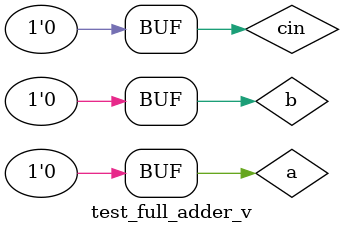
<source format=v>
`timescale 1ns / 1ps


module test_full_adder_v;

    // Inputs
    reg a;
    reg b;
    reg cin;

    // Outputs
    wire s;
    wire cout;

    // Instantiate the Unit Under Test (UUT)
    full_adder uut (
        .s(s), 
        .cout(cout), 
        .a(a), 
        .b(b), 
        .cin(cin)
    );

    initial begin
        // Initialize Inputs
        a = 0;
        b = 0;
        cin = 0;
        
        // Wait 100 ns for global reset to finish
        #100;
        
        // Add stimulus here
        //125 ns
        #25;    a = 1'b1;
        //150 ns
        #25;    a = 1'b0;   b = 1'b1;
        //175 ns
        #25;    b = 1'b0;   cin = 1'b1;
        //200 ns
        #25;    a = 1'b1;
        //225 ns
        #25;    a = 1'b0;   b = 1'b1;
        //250 ns
        #25;    a = 1'b1;   cin = 1'b0;
        //275 ns
        #25;    cin = 1'b1;
        //300 ns
        #25;    a = 1'b0;   b = 1'b0;   cin = 1'b0;
    end

endmodule
</source>
